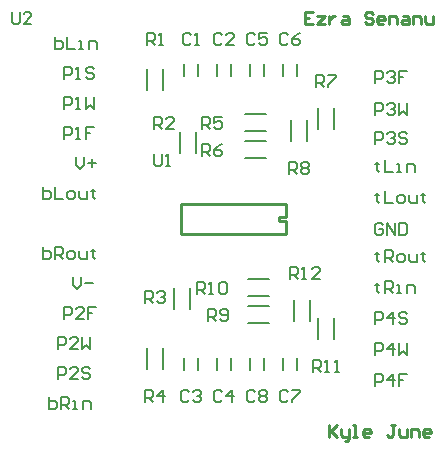
<source format=gto>
G04*
G04 #@! TF.GenerationSoftware,Altium Limited,Altium Designer,24.4.1 (13)*
G04*
G04 Layer_Color=65535*
%FSLAX44Y44*%
%MOMM*%
G71*
G04*
G04 #@! TF.SameCoordinates,2922DF7C-8C4A-4011-8C8A-4044ECCBD14D*
G04*
G04*
G04 #@! TF.FilePolarity,Positive*
G04*
G01*
G75*
%ADD10C,0.1524*%
%ADD11C,0.2540*%
D10*
X150368Y246253D02*
Y264287D01*
X164592Y246253D02*
Y264287D01*
X122428Y299593D02*
Y317627D01*
X136652Y299593D02*
Y317627D01*
X154432Y311150D02*
Y321310D01*
X165608Y311150D02*
Y321310D01*
X182372Y311150D02*
Y321310D01*
X193548Y311150D02*
Y321310D01*
X261112Y104013D02*
Y122047D01*
X246888Y104013D02*
Y122047D01*
X267208Y88773D02*
Y106807D01*
X281432Y88773D02*
Y106807D01*
X208153Y124968D02*
X226187D01*
X208153Y139192D02*
X226187D01*
X208153Y116332D02*
X226187D01*
X208153Y102108D02*
X226187D01*
X244348Y256413D02*
Y274447D01*
X258572Y256413D02*
Y274447D01*
X281432Y266573D02*
Y284607D01*
X267208Y266573D02*
Y284607D01*
X205613Y241808D02*
X223647D01*
X205613Y256032D02*
X223647D01*
X205613Y278892D02*
X223647D01*
X205613Y264668D02*
X223647D01*
X136652Y63373D02*
Y81407D01*
X122428Y63373D02*
Y81407D01*
X159512Y114173D02*
Y132207D01*
X145288Y114173D02*
Y132207D01*
X165608Y62230D02*
Y72390D01*
X154432Y62230D02*
Y72390D01*
X193548Y62230D02*
Y72390D01*
X182372Y62230D02*
Y72390D01*
X210312Y62230D02*
Y72390D01*
X221488Y62230D02*
Y72390D01*
X238252Y62230D02*
Y72390D01*
X249428Y62230D02*
Y72390D01*
Y311150D02*
Y321310D01*
X238252Y311150D02*
Y321310D01*
X221488Y311150D02*
Y321310D01*
X210312Y311150D02*
Y321310D01*
X128696Y266702D02*
Y276858D01*
X133774D01*
X135467Y275166D01*
Y271780D01*
X133774Y270087D01*
X128696D01*
X132082D02*
X135467Y266702D01*
X145624D02*
X138853D01*
X145624Y273473D01*
Y275166D01*
X143931Y276858D01*
X140546D01*
X138853Y275166D01*
X122769Y337822D02*
Y347978D01*
X127847D01*
X129540Y346286D01*
Y342900D01*
X127847Y341207D01*
X122769D01*
X126154D02*
X129540Y337822D01*
X132926D02*
X136311D01*
X134618D01*
Y347978D01*
X132926Y346286D01*
X160020D02*
X158327Y347978D01*
X154942D01*
X153249Y346286D01*
Y339514D01*
X154942Y337822D01*
X158327D01*
X160020Y339514D01*
X163406Y337822D02*
X166791D01*
X165098D01*
Y347978D01*
X163406Y346286D01*
X186267D02*
X184574Y347978D01*
X181189D01*
X179496Y346286D01*
Y339514D01*
X181189Y337822D01*
X184574D01*
X186267Y339514D01*
X196424Y337822D02*
X189653D01*
X196424Y344593D01*
Y346286D01*
X194731Y347978D01*
X191346D01*
X189653Y346286D01*
X8046Y365758D02*
Y357294D01*
X9739Y355602D01*
X13124D01*
X14817Y357294D01*
Y365758D01*
X24974Y355602D02*
X18203D01*
X24974Y362373D01*
Y364066D01*
X23281Y365758D01*
X19896D01*
X18203Y364066D01*
X44704Y344421D02*
Y334264D01*
X49782D01*
X51475Y335957D01*
Y337650D01*
Y339342D01*
X49782Y341035D01*
X44704D01*
X54861Y344421D02*
Y334264D01*
X61632D01*
X65017D02*
X68403D01*
X66710D01*
Y341035D01*
X65017D01*
X73481Y334264D02*
Y341035D01*
X78560D01*
X80253Y339342D01*
Y334264D01*
X52324Y308864D02*
Y319021D01*
X57402D01*
X59095Y317328D01*
Y313942D01*
X57402Y312250D01*
X52324D01*
X62481Y308864D02*
X65866D01*
X64173D01*
Y319021D01*
X62481Y317328D01*
X77716D02*
X76023Y319021D01*
X72637D01*
X70945Y317328D01*
Y315635D01*
X72637Y313942D01*
X76023D01*
X77716Y312250D01*
Y310557D01*
X76023Y308864D01*
X72637D01*
X70945Y310557D01*
X52324Y283464D02*
Y293621D01*
X57402D01*
X59095Y291928D01*
Y288542D01*
X57402Y286850D01*
X52324D01*
X62481Y283464D02*
X65866D01*
X64173D01*
Y293621D01*
X62481Y291928D01*
X70945Y293621D02*
Y283464D01*
X74330Y286850D01*
X77716Y283464D01*
Y293621D01*
X52324Y258064D02*
Y268221D01*
X57402D01*
X59095Y266528D01*
Y263142D01*
X57402Y261450D01*
X52324D01*
X62481Y258064D02*
X65866D01*
X64173D01*
Y268221D01*
X62481Y266528D01*
X77716Y268221D02*
X70945D01*
Y263142D01*
X74330D01*
X70945D01*
Y258064D01*
X62484Y242821D02*
Y236050D01*
X65870Y232664D01*
X69255Y236050D01*
Y242821D01*
X72641Y237742D02*
X79412D01*
X76026Y241128D02*
Y234357D01*
X34544Y217421D02*
Y207264D01*
X39622D01*
X41315Y208957D01*
Y210650D01*
Y212342D01*
X39622Y214035D01*
X34544D01*
X44701Y217421D02*
Y207264D01*
X51472D01*
X56550D02*
X59936D01*
X61629Y208957D01*
Y212342D01*
X59936Y214035D01*
X56550D01*
X54857Y212342D01*
Y208957D01*
X56550Y207264D01*
X65014Y214035D02*
Y208957D01*
X66707Y207264D01*
X71785D01*
Y214035D01*
X76864Y215728D02*
Y214035D01*
X75171D01*
X78556D01*
X76864D01*
Y208957D01*
X78556Y207264D01*
X34544Y166621D02*
Y156464D01*
X39622D01*
X41315Y158157D01*
Y159850D01*
Y161542D01*
X39622Y163235D01*
X34544D01*
X44701Y156464D02*
Y166621D01*
X49779D01*
X51472Y164928D01*
Y161542D01*
X49779Y159850D01*
X44701D01*
X48086D02*
X51472Y156464D01*
X56550D02*
X59936D01*
X61629Y158157D01*
Y161542D01*
X59936Y163235D01*
X56550D01*
X54857Y161542D01*
Y158157D01*
X56550Y156464D01*
X65014Y163235D02*
Y158157D01*
X66707Y156464D01*
X71785D01*
Y163235D01*
X76864Y164928D02*
Y163235D01*
X75171D01*
X78556D01*
X76864D01*
Y158157D01*
X78556Y156464D01*
X59944Y141221D02*
Y134450D01*
X63330Y131064D01*
X66715Y134450D01*
Y141221D01*
X70101Y136142D02*
X76872D01*
X52324Y105664D02*
Y115821D01*
X57402D01*
X59095Y114128D01*
Y110742D01*
X57402Y109050D01*
X52324D01*
X69252Y105664D02*
X62481D01*
X69252Y112435D01*
Y114128D01*
X67559Y115821D01*
X64173D01*
X62481Y114128D01*
X79409Y115821D02*
X72637D01*
Y110742D01*
X76023D01*
X72637D01*
Y105664D01*
X47244Y80264D02*
Y90421D01*
X52322D01*
X54015Y88728D01*
Y85342D01*
X52322Y83650D01*
X47244D01*
X64172Y80264D02*
X57401D01*
X64172Y87035D01*
Y88728D01*
X62479Y90421D01*
X59093D01*
X57401Y88728D01*
X67557Y90421D02*
Y80264D01*
X70943Y83650D01*
X74329Y80264D01*
Y90421D01*
X47244Y54864D02*
Y65021D01*
X52322D01*
X54015Y63328D01*
Y59942D01*
X52322Y58250D01*
X47244D01*
X64172Y54864D02*
X57401D01*
X64172Y61635D01*
Y63328D01*
X62479Y65021D01*
X59093D01*
X57401Y63328D01*
X74329D02*
X72636Y65021D01*
X69250D01*
X67557Y63328D01*
Y61635D01*
X69250Y59942D01*
X72636D01*
X74329Y58250D01*
Y56557D01*
X72636Y54864D01*
X69250D01*
X67557Y56557D01*
X39624Y39621D02*
Y29464D01*
X44702D01*
X46395Y31157D01*
Y32850D01*
Y34542D01*
X44702Y36235D01*
X39624D01*
X49781Y29464D02*
Y39621D01*
X54859D01*
X56552Y37928D01*
Y34542D01*
X54859Y32850D01*
X49781D01*
X53166D02*
X56552Y29464D01*
X59937D02*
X63323D01*
X61630D01*
Y36235D01*
X59937D01*
X68401Y29464D02*
Y36235D01*
X73480D01*
X75173Y34542D01*
Y29464D01*
X315465Y305308D02*
Y315465D01*
X320543D01*
X322236Y313772D01*
Y310386D01*
X320543Y308694D01*
X315465D01*
X325621Y313772D02*
X327314Y315465D01*
X330700D01*
X332393Y313772D01*
Y312079D01*
X330700Y310386D01*
X329007D01*
X330700D01*
X332393Y308694D01*
Y307001D01*
X330700Y305308D01*
X327314D01*
X325621Y307001D01*
X342549Y315465D02*
X335778D01*
Y310386D01*
X339164D01*
X335778D01*
Y305308D01*
X315465Y277876D02*
Y288033D01*
X320543D01*
X322236Y286340D01*
Y282954D01*
X320543Y281262D01*
X315465D01*
X325621Y286340D02*
X327314Y288033D01*
X330700D01*
X332393Y286340D01*
Y284647D01*
X330700Y282954D01*
X329007D01*
X330700D01*
X332393Y281262D01*
Y279569D01*
X330700Y277876D01*
X327314D01*
X325621Y279569D01*
X335778Y288033D02*
Y277876D01*
X339164Y281262D01*
X342549Y277876D01*
Y288033D01*
X315465Y254000D02*
Y264157D01*
X320543D01*
X322236Y262464D01*
Y259078D01*
X320543Y257386D01*
X315465D01*
X325621Y262464D02*
X327314Y264157D01*
X330700D01*
X332393Y262464D01*
Y260771D01*
X330700Y259078D01*
X329007D01*
X330700D01*
X332393Y257386D01*
Y255693D01*
X330700Y254000D01*
X327314D01*
X325621Y255693D01*
X342549Y262464D02*
X340857Y264157D01*
X337471D01*
X335778Y262464D01*
Y260771D01*
X337471Y259078D01*
X340857D01*
X342549Y257386D01*
Y255693D01*
X340857Y254000D01*
X337471D01*
X335778Y255693D01*
X317157Y238080D02*
Y236387D01*
X315465D01*
X318850D01*
X317157D01*
Y231309D01*
X318850Y229616D01*
X323929Y239773D02*
Y229616D01*
X330700D01*
X334085D02*
X337471D01*
X335778D01*
Y236387D01*
X334085D01*
X342549Y229616D02*
Y236387D01*
X347628D01*
X349320Y234694D01*
Y229616D01*
X317157Y211918D02*
Y210225D01*
X315465D01*
X318850D01*
X317157D01*
Y205147D01*
X318850Y203454D01*
X323929Y213611D02*
Y203454D01*
X330700D01*
X335778D02*
X339164D01*
X340857Y205147D01*
Y208532D01*
X339164Y210225D01*
X335778D01*
X334085Y208532D01*
Y205147D01*
X335778Y203454D01*
X344242Y210225D02*
Y205147D01*
X345935Y203454D01*
X351013D01*
Y210225D01*
X356092Y211918D02*
Y210225D01*
X354399D01*
X357784D01*
X356092D01*
Y205147D01*
X357784Y203454D01*
X322236Y185248D02*
X320543Y186941D01*
X317157D01*
X315465Y185248D01*
Y178477D01*
X317157Y176784D01*
X320543D01*
X322236Y178477D01*
Y181862D01*
X318850D01*
X325621Y176784D02*
Y186941D01*
X332393Y176784D01*
Y186941D01*
X335778D02*
Y176784D01*
X340857D01*
X342549Y178477D01*
Y185248D01*
X340857Y186941D01*
X335778D01*
X317157Y161880D02*
Y160187D01*
X315465D01*
X318850D01*
X317157D01*
Y155109D01*
X318850Y153416D01*
X323929D02*
Y163573D01*
X329007D01*
X330700Y161880D01*
Y158494D01*
X329007Y156802D01*
X323929D01*
X327314D02*
X330700Y153416D01*
X335778D02*
X339164D01*
X340857Y155109D01*
Y158494D01*
X339164Y160187D01*
X335778D01*
X334085Y158494D01*
Y155109D01*
X335778Y153416D01*
X344242Y160187D02*
Y155109D01*
X345935Y153416D01*
X351013D01*
Y160187D01*
X356092Y161880D02*
Y160187D01*
X354399D01*
X357784D01*
X356092D01*
Y155109D01*
X357784Y153416D01*
X317157Y135718D02*
Y134025D01*
X315465D01*
X318850D01*
X317157D01*
Y128947D01*
X318850Y127254D01*
X323929D02*
Y137411D01*
X329007D01*
X330700Y135718D01*
Y132332D01*
X329007Y130640D01*
X323929D01*
X327314D02*
X330700Y127254D01*
X334085D02*
X337471D01*
X335778D01*
Y134025D01*
X334085D01*
X342549Y127254D02*
Y134025D01*
X347628D01*
X349320Y132332D01*
Y127254D01*
X315465Y101346D02*
Y111503D01*
X320543D01*
X322236Y109810D01*
Y106424D01*
X320543Y104732D01*
X315465D01*
X330700Y101346D02*
Y111503D01*
X325621Y106424D01*
X332393D01*
X342549Y109810D02*
X340857Y111503D01*
X337471D01*
X335778Y109810D01*
Y108117D01*
X337471Y106424D01*
X340857D01*
X342549Y104732D01*
Y103039D01*
X340857Y101346D01*
X337471D01*
X335778Y103039D01*
X315465Y75438D02*
Y85595D01*
X320543D01*
X322236Y83902D01*
Y80516D01*
X320543Y78824D01*
X315465D01*
X330700Y75438D02*
Y85595D01*
X325621Y80516D01*
X332393D01*
X335778Y85595D02*
Y75438D01*
X339164Y78824D01*
X342549Y75438D01*
Y85595D01*
X315465Y48514D02*
Y58671D01*
X320543D01*
X322236Y56978D01*
Y53592D01*
X320543Y51900D01*
X315465D01*
X330700Y48514D02*
Y58671D01*
X325621Y53592D01*
X332393D01*
X342549Y58671D02*
X335778D01*
Y53592D01*
X339164D01*
X335778D01*
Y48514D01*
X158327Y44026D02*
X156634Y45718D01*
X153249D01*
X151556Y44026D01*
Y37254D01*
X153249Y35562D01*
X156634D01*
X158327Y37254D01*
X161713Y44026D02*
X163406Y45718D01*
X166791D01*
X168484Y44026D01*
Y42333D01*
X166791Y40640D01*
X165098D01*
X166791D01*
X168484Y38947D01*
Y37254D01*
X166791Y35562D01*
X163406D01*
X161713Y37254D01*
X186267Y44026D02*
X184574Y45718D01*
X181189D01*
X179496Y44026D01*
Y37254D01*
X181189Y35562D01*
X184574D01*
X186267Y37254D01*
X194731Y35562D02*
Y45718D01*
X189653Y40640D01*
X196424D01*
X169336Y266702D02*
Y276858D01*
X174414D01*
X176107Y275166D01*
Y271780D01*
X174414Y270087D01*
X169336D01*
X172722D02*
X176107Y266702D01*
X186264Y276858D02*
X179493D01*
Y271780D01*
X182878Y273473D01*
X184571D01*
X186264Y271780D01*
Y268394D01*
X184571Y266702D01*
X181186D01*
X179493Y268394D01*
X169336Y243842D02*
Y253998D01*
X174414D01*
X176107Y252306D01*
Y248920D01*
X174414Y247227D01*
X169336D01*
X172722D02*
X176107Y243842D01*
X186264Y253998D02*
X182878Y252306D01*
X179493Y248920D01*
Y245534D01*
X181186Y243842D01*
X184571D01*
X186264Y245534D01*
Y247227D01*
X184571Y248920D01*
X179493D01*
X265856Y302262D02*
Y312418D01*
X270934D01*
X272627Y310726D01*
Y307340D01*
X270934Y305647D01*
X265856D01*
X269242D02*
X272627Y302262D01*
X276013Y312418D02*
X282784D01*
Y310726D01*
X276013Y303954D01*
Y302262D01*
X214207Y346286D02*
X212514Y347978D01*
X209129D01*
X207436Y346286D01*
Y339514D01*
X209129Y337822D01*
X212514D01*
X214207Y339514D01*
X224364Y347978D02*
X217593D01*
Y342900D01*
X220978Y344593D01*
X222671D01*
X224364Y342900D01*
Y339514D01*
X222671Y337822D01*
X219286D01*
X217593Y339514D01*
X242147Y346286D02*
X240454Y347978D01*
X237069D01*
X235376Y346286D01*
Y339514D01*
X237069Y337822D01*
X240454D01*
X242147Y339514D01*
X252304Y347978D02*
X248918Y346286D01*
X245533Y342900D01*
Y339514D01*
X247226Y337822D01*
X250611D01*
X252304Y339514D01*
Y341207D01*
X250611Y342900D01*
X245533D01*
X242996Y228602D02*
Y238758D01*
X248074D01*
X249767Y237066D01*
Y233680D01*
X248074Y231987D01*
X242996D01*
X246382D02*
X249767Y228602D01*
X253153Y237066D02*
X254846Y238758D01*
X258231D01*
X259924Y237066D01*
Y235373D01*
X258231Y233680D01*
X259924Y231987D01*
Y230294D01*
X258231Y228602D01*
X254846D01*
X253153Y230294D01*
Y231987D01*
X254846Y233680D01*
X253153Y235373D01*
Y237066D01*
X254846Y233680D02*
X258231D01*
X121076Y119382D02*
Y129538D01*
X126154D01*
X127847Y127846D01*
Y124460D01*
X126154Y122767D01*
X121076D01*
X124462D02*
X127847Y119382D01*
X131233Y127846D02*
X132926Y129538D01*
X136311D01*
X138004Y127846D01*
Y126153D01*
X136311Y124460D01*
X134618D01*
X136311D01*
X138004Y122767D01*
Y121074D01*
X136311Y119382D01*
X132926D01*
X131233Y121074D01*
X121076Y35562D02*
Y45718D01*
X126154D01*
X127847Y44026D01*
Y40640D01*
X126154Y38947D01*
X121076D01*
X124462D02*
X127847Y35562D01*
X136311D02*
Y45718D01*
X131233Y40640D01*
X138004D01*
X242147Y44026D02*
X240454Y45718D01*
X237069D01*
X235376Y44026D01*
Y37254D01*
X237069Y35562D01*
X240454D01*
X242147Y37254D01*
X245533Y45718D02*
X252304D01*
Y44026D01*
X245533Y37254D01*
Y35562D01*
X214207Y44026D02*
X212514Y45718D01*
X209129D01*
X207436Y44026D01*
Y37254D01*
X209129Y35562D01*
X212514D01*
X214207Y37254D01*
X217593Y44026D02*
X219286Y45718D01*
X222671D01*
X224364Y44026D01*
Y42333D01*
X222671Y40640D01*
X224364Y38947D01*
Y37254D01*
X222671Y35562D01*
X219286D01*
X217593Y37254D01*
Y38947D01*
X219286Y40640D01*
X217593Y42333D01*
Y44026D01*
X219286Y40640D02*
X222671D01*
X263317Y60962D02*
Y71118D01*
X268395D01*
X270088Y69426D01*
Y66040D01*
X268395Y64347D01*
X263317D01*
X266702D02*
X270088Y60962D01*
X273474D02*
X276859D01*
X275166D01*
Y71118D01*
X273474Y69426D01*
X281938Y60962D02*
X285323D01*
X283630D01*
Y71118D01*
X281938Y69426D01*
X243844Y139702D02*
Y149858D01*
X248923D01*
X250615Y148166D01*
Y144780D01*
X248923Y143087D01*
X243844D01*
X247230D02*
X250615Y139702D01*
X254001D02*
X257386D01*
X255694D01*
Y149858D01*
X254001Y148166D01*
X269236Y139702D02*
X262465D01*
X269236Y146473D01*
Y148166D01*
X267543Y149858D01*
X264158D01*
X262465Y148166D01*
X165104Y127002D02*
Y137158D01*
X170182D01*
X171875Y135466D01*
Y132080D01*
X170182Y130387D01*
X165104D01*
X168490D02*
X171875Y127002D01*
X175261D02*
X178646D01*
X176954D01*
Y137158D01*
X175261Y135466D01*
X183725D02*
X185418Y137158D01*
X188803D01*
X190496Y135466D01*
Y128694D01*
X188803Y127002D01*
X185418D01*
X183725Y128694D01*
Y135466D01*
X174416Y104142D02*
Y114298D01*
X179494D01*
X181187Y112606D01*
Y109220D01*
X179494Y107527D01*
X174416D01*
X177802D02*
X181187Y104142D01*
X184573Y105834D02*
X186266Y104142D01*
X189651D01*
X191344Y105834D01*
Y112606D01*
X189651Y114298D01*
X186266D01*
X184573Y112606D01*
Y110913D01*
X186266Y109220D01*
X191344D01*
X128524Y245107D02*
Y236643D01*
X130217Y234950D01*
X133602D01*
X135295Y236643D01*
Y245107D01*
X138681Y234950D02*
X142066D01*
X140373D01*
Y245107D01*
X138681Y243414D01*
D11*
X151130Y203200D02*
X240030D01*
X151130Y177800D02*
Y203200D01*
Y177800D02*
X240030D01*
Y188913D01*
X234475D02*
X240030D01*
X234475D02*
Y192087D01*
X240030D01*
Y203200D01*
X276860Y16082D02*
Y5926D01*
Y9311D01*
X283631Y16082D01*
X278553Y11004D01*
X283631Y5926D01*
X287017Y12697D02*
Y7618D01*
X288710Y5926D01*
X293788D01*
Y4233D01*
X292095Y2540D01*
X290402D01*
X293788Y5926D02*
Y12697D01*
X297173Y5926D02*
X300559D01*
X298866D01*
Y16082D01*
X297173D01*
X310716Y5926D02*
X307330D01*
X305637Y7618D01*
Y11004D01*
X307330Y12697D01*
X310716D01*
X312409Y11004D01*
Y9311D01*
X305637D01*
X332722Y16082D02*
X329336D01*
X331029D01*
Y7618D01*
X329336Y5926D01*
X327644D01*
X325951Y7618D01*
X336108Y12697D02*
Y7618D01*
X337800Y5926D01*
X342879D01*
Y12697D01*
X346264Y5926D02*
Y12697D01*
X351343D01*
X353035Y11004D01*
Y5926D01*
X361499D02*
X358114D01*
X356421Y7618D01*
Y11004D01*
X358114Y12697D01*
X361499D01*
X363192Y11004D01*
Y9311D01*
X356421D01*
X263311Y365757D02*
X256540D01*
Y355600D01*
X263311D01*
X256540Y360678D02*
X259926D01*
X266697Y362371D02*
X273468D01*
X266697Y355600D01*
X273468D01*
X276853Y362371D02*
Y355600D01*
Y358986D01*
X278546Y360678D01*
X280239Y362371D01*
X281932D01*
X288703D02*
X292089D01*
X293781Y360678D01*
Y355600D01*
X288703D01*
X287010Y357293D01*
X288703Y358986D01*
X293781D01*
X314095Y364064D02*
X312402Y365757D01*
X309016D01*
X307324Y364064D01*
Y362371D01*
X309016Y360678D01*
X312402D01*
X314095Y358986D01*
Y357293D01*
X312402Y355600D01*
X309016D01*
X307324Y357293D01*
X322559Y355600D02*
X319173D01*
X317480Y357293D01*
Y360678D01*
X319173Y362371D01*
X322559D01*
X324252Y360678D01*
Y358986D01*
X317480D01*
X327637Y355600D02*
Y362371D01*
X332715D01*
X334408Y360678D01*
Y355600D01*
X339487Y362371D02*
X342872D01*
X344565Y360678D01*
Y355600D01*
X339487D01*
X337794Y357293D01*
X339487Y358986D01*
X344565D01*
X347951Y355600D02*
Y362371D01*
X353029D01*
X354722Y360678D01*
Y355600D01*
X358107Y362371D02*
Y357293D01*
X359800Y355600D01*
X364878D01*
Y362371D01*
M02*

</source>
